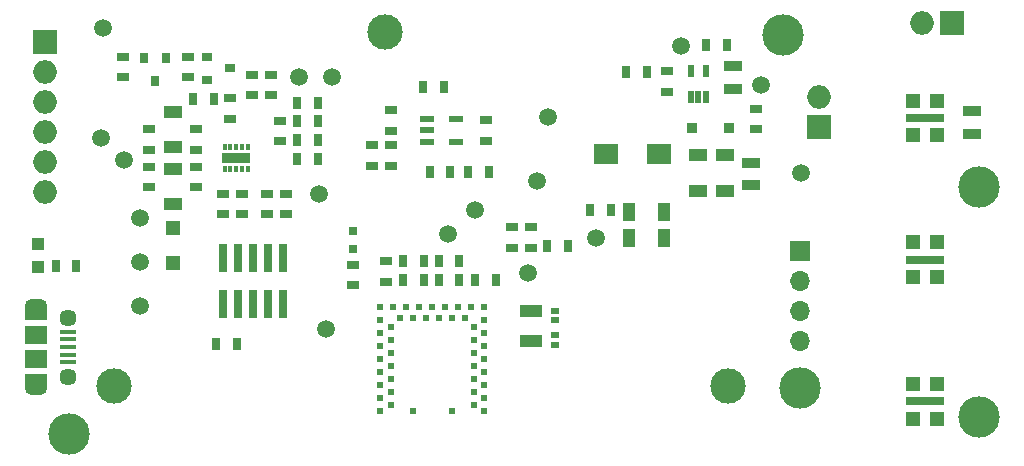
<source format=gbr>
%TF.GenerationSoftware,KiCad,Pcbnew,(5.1.2)-1*%
%TF.CreationDate,2019-05-30T14:12:01+02:00*%
%TF.ProjectId,LEOLED_rev1,4c454f4c-4544-45f7-9265-76312e6b6963,1*%
%TF.SameCoordinates,Original*%
%TF.FileFunction,Soldermask,Top*%
%TF.FilePolarity,Negative*%
%FSLAX46Y46*%
G04 Gerber Fmt 4.6, Leading zero omitted, Abs format (unit mm)*
G04 Created by KiCad (PCBNEW (5.1.2)-1) date 2019-05-30 14:12:01*
%MOMM*%
%LPD*%
G04 APERTURE LIST*
%ADD10C,3.000000*%
%ADD11R,1.900000X1.200000*%
%ADD12O,1.900000X1.200000*%
%ADD13R,1.900000X1.500000*%
%ADD14C,1.450000*%
%ADD15R,1.350000X0.400000*%
%ADD16R,0.600000X0.600000*%
%ADD17R,0.800000X0.800000*%
%ADD18C,1.500000*%
%ADD19R,1.000000X0.670000*%
%ADD20R,0.670000X1.000000*%
%ADD21R,1.100000X1.100000*%
%ADD22R,0.350000X0.600000*%
%ADD23R,1.200000X0.840000*%
%ADD24R,1.998980X1.998980*%
%ADD25O,1.998980X1.998980*%
%ADD26C,3.500000*%
%ADD27R,1.220000X1.250000*%
%ADD28R,1.500000X0.970000*%
%ADD29R,3.200000X0.700000*%
%ADD30R,1.150000X1.300000*%
%ADD31R,0.900000X0.950000*%
%ADD32R,1.900000X1.100000*%
%ADD33R,1.600000X1.000000*%
%ADD34R,0.650000X0.575000*%
%ADD35R,1.000000X1.600000*%
%ADD36O,1.700000X1.700000*%
%ADD37R,1.700000X1.700000*%
%ADD38R,0.740000X2.400000*%
%ADD39R,2.000000X1.800000*%
%ADD40R,0.900000X0.800000*%
%ADD41R,0.800000X0.900000*%
%ADD42R,1.300000X0.550000*%
%ADD43R,0.500000X1.000000*%
G04 APERTURE END LIST*
D10*
X60000000Y7000000D03*
X8000000Y7000000D03*
X31000000Y37000000D03*
D11*
X1400000Y13200000D03*
X1400000Y7400000D03*
D12*
X1400000Y6800000D03*
X1400000Y13800000D03*
D13*
X1400000Y11300000D03*
D14*
X4100000Y7800000D03*
D15*
X4100000Y10300000D03*
X4100000Y9650000D03*
X4100000Y9000000D03*
X4100000Y11600000D03*
X4100000Y10950000D03*
D14*
X4100000Y12800000D03*
D13*
X1400000Y9300000D03*
D16*
X36650000Y4850000D03*
X33350000Y4850000D03*
X30600000Y4850000D03*
X31500000Y5400000D03*
X30600000Y5950000D03*
X31500000Y6500000D03*
X30600000Y7050000D03*
X31500000Y7600000D03*
X30600000Y8150000D03*
X31500000Y8700000D03*
X30600000Y9250000D03*
X31500000Y9800000D03*
X30600000Y10350000D03*
X31500000Y10900000D03*
X30600000Y11450000D03*
X31500000Y12000000D03*
X30600000Y12550000D03*
X30600000Y13650000D03*
X31700000Y13650000D03*
X32250000Y12750000D03*
X32800000Y13650000D03*
X33350000Y12750000D03*
X33900000Y13650000D03*
X34450000Y12750000D03*
X35000000Y13650000D03*
X35550000Y12750000D03*
X36100000Y13650000D03*
X36650000Y12750000D03*
X37200000Y13650000D03*
X37750000Y12750000D03*
X38300000Y13650000D03*
X39400000Y13650000D03*
X39400000Y12550000D03*
X38500000Y12000000D03*
X39400000Y11450000D03*
X38500000Y10900000D03*
X39400000Y10350000D03*
X38500000Y9800000D03*
X39400000Y9250000D03*
X38500000Y8700000D03*
X39400000Y8150000D03*
X38500000Y7600000D03*
X39400000Y7050000D03*
X38500000Y6500000D03*
X39400000Y5950000D03*
X38500000Y5400000D03*
X39400000Y4850000D03*
D17*
X28300000Y18630000D03*
X28300000Y20130000D03*
D18*
X43110000Y16580000D03*
D19*
X43330000Y20435000D03*
X43330000Y18685000D03*
D20*
X44725000Y18840000D03*
X46475000Y18840000D03*
X3105000Y17200000D03*
X4855000Y17200000D03*
D21*
X1640000Y17050000D03*
X1640000Y19050000D03*
D19*
X41760000Y20425000D03*
X41760000Y18675000D03*
D20*
X16475000Y31300000D03*
X14725000Y31300000D03*
D22*
X17395517Y25349479D03*
X17895517Y25349479D03*
X18395517Y25349479D03*
X18895517Y25349479D03*
X19395517Y25349479D03*
X19395517Y27249479D03*
X18895517Y27249479D03*
X18395517Y27249479D03*
X17895517Y27249479D03*
X17395517Y27249479D03*
D23*
X18995517Y26299479D03*
X17795517Y26299479D03*
D24*
X79005400Y37771600D03*
D25*
X76465400Y37771600D03*
D24*
X67700000Y28900000D03*
D25*
X67700000Y31440000D03*
D26*
X81291400Y23827000D03*
X66076800Y6809000D03*
X64705200Y36730200D03*
X4240000Y2920000D03*
X81291400Y4396000D03*
D27*
X13000000Y17425000D03*
X13000000Y20375000D03*
D28*
X60447686Y34090830D03*
X60447686Y32180830D03*
X80700000Y30255000D03*
X80700000Y28345000D03*
D29*
X76700000Y29700000D03*
D30*
X75675000Y28225000D03*
X77725000Y28225000D03*
X75675000Y31175000D03*
X77725000Y31175000D03*
D29*
X76700000Y17700000D03*
D30*
X75675000Y16225000D03*
X77725000Y16225000D03*
X75675000Y19175000D03*
X77725000Y19175000D03*
D29*
X76700000Y5700000D03*
D30*
X75675000Y4225000D03*
X77725000Y4225000D03*
X75675000Y7175000D03*
X77725000Y7175000D03*
D31*
X56972686Y28880830D03*
X60122686Y28880830D03*
D32*
X43332650Y13348958D03*
X43332650Y10848958D03*
D19*
X10995517Y25574479D03*
X10995517Y23824479D03*
X14995517Y25574479D03*
X14995517Y23824479D03*
X31500000Y28600000D03*
X31500000Y30350000D03*
X22595517Y21524479D03*
X22595517Y23274479D03*
X18895517Y21524479D03*
X18895517Y23274479D03*
D20*
X35525000Y16000000D03*
X37275000Y16000000D03*
D19*
X10995517Y27024479D03*
X10995517Y28774479D03*
X14995517Y27024479D03*
X14995517Y28774479D03*
X31500000Y27375000D03*
X31500000Y25625000D03*
X29900000Y27375000D03*
X29900000Y25625000D03*
D20*
X40375000Y16000000D03*
X38625000Y16000000D03*
X48368471Y21922623D03*
X50118471Y21922623D03*
D19*
X54847686Y31905830D03*
X54847686Y33655830D03*
D25*
X2195800Y23395200D03*
X2195800Y25935200D03*
X2195800Y31015200D03*
X2195800Y33555200D03*
D24*
X2195800Y36095200D03*
D25*
X2195800Y28475200D03*
D33*
X12995517Y25399479D03*
X12995517Y22399479D03*
X12995517Y27199479D03*
X12995517Y30199479D03*
D34*
X45332650Y10511458D03*
X45332650Y11286458D03*
X45332650Y12598958D03*
X45332650Y13373958D03*
D35*
X54643471Y21722623D03*
X51643471Y21722623D03*
X54643471Y19522623D03*
X51643471Y19522623D03*
D33*
X57463439Y23545033D03*
X57463439Y26545033D03*
X59763439Y23545033D03*
X59763439Y26545033D03*
D36*
X66100000Y10780000D03*
X66100000Y13320000D03*
X66100000Y15860000D03*
D37*
X66100000Y18400000D03*
D38*
X17260000Y13950000D03*
X17260000Y17850000D03*
X18530000Y13950000D03*
X18530000Y17850000D03*
X19800000Y13950000D03*
X19800000Y17850000D03*
X21070000Y13950000D03*
X21070000Y17850000D03*
X22340000Y13950000D03*
X22340000Y17850000D03*
D39*
X49697686Y26680830D03*
X54197686Y26680830D03*
D40*
X17895517Y33899479D03*
X15895517Y32949479D03*
X15895517Y34849479D03*
D41*
X11500000Y32800000D03*
X10550000Y34800000D03*
X12450000Y34800000D03*
D20*
X25275000Y29400000D03*
X23525000Y29400000D03*
X25275000Y27800000D03*
X23525000Y27800000D03*
D19*
X19700000Y33350000D03*
X19700000Y31600000D03*
D20*
X23525000Y31000000D03*
X25275000Y31000000D03*
X23525000Y26200000D03*
X25275000Y26200000D03*
D19*
X21300000Y31625000D03*
X21300000Y33375000D03*
X22100000Y29475000D03*
X22100000Y27725000D03*
X14295517Y33124479D03*
X14295517Y34874479D03*
X17895517Y31374479D03*
X17895517Y29624479D03*
X17295517Y21549479D03*
X17295517Y23299479D03*
D20*
X35525000Y17600000D03*
X37275000Y17600000D03*
D19*
X20995517Y23274479D03*
X20995517Y21524479D03*
D20*
X34200000Y32300000D03*
X35950000Y32300000D03*
D19*
X39500000Y29500000D03*
X39500000Y27750000D03*
D20*
X39800000Y25100000D03*
X38050000Y25100000D03*
X36500000Y25100000D03*
X34750000Y25100000D03*
D19*
X8800000Y33125000D03*
X8800000Y34875000D03*
X28300000Y17275000D03*
X28300000Y15525000D03*
D20*
X16700000Y10600000D03*
X18450000Y10600000D03*
X32525000Y17600000D03*
X34275000Y17600000D03*
D19*
X31100000Y15825000D03*
X31100000Y17575000D03*
D20*
X59922686Y35880830D03*
X58172686Y35880830D03*
X53122686Y33580830D03*
X51372686Y33580830D03*
D28*
X61963439Y23990033D03*
X61963439Y25900033D03*
D19*
X62400000Y30475000D03*
X62400000Y28725000D03*
D20*
X34275000Y16000000D03*
X32525000Y16000000D03*
D18*
X10200000Y13800000D03*
X10200000Y17500000D03*
X26500000Y33200000D03*
X25400000Y23300000D03*
X23700000Y33200000D03*
X10200000Y21200000D03*
X36300000Y19900000D03*
X7112000Y37300000D03*
X44760000Y29740000D03*
X38600000Y21900000D03*
X8890000Y26162000D03*
X6900000Y28040000D03*
X26000000Y11800000D03*
X56040000Y35830000D03*
X43880000Y24390000D03*
X48843471Y19522623D03*
X62800000Y32500000D03*
X66200000Y25000000D03*
D42*
X37000000Y29600000D03*
X37000000Y27700000D03*
X34500000Y27700000D03*
X34500000Y28650000D03*
X34500000Y29600000D03*
D43*
X56847686Y33680830D03*
X58147686Y33680830D03*
X57497686Y31480830D03*
X58147686Y31480830D03*
X56847686Y31480830D03*
M02*

</source>
